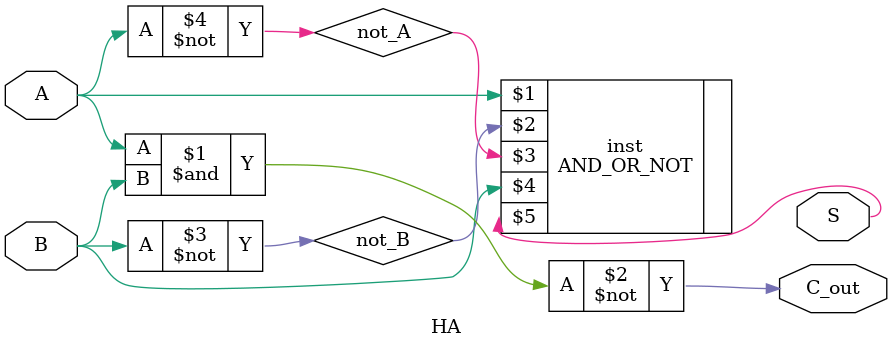
<source format=v>
module HA(
    input A,
    input B,
    output C_out,
    output S
);
wire not_B,not_A;

nand (C_out,A,B);
not (not_B,B);
not (not_A,A);
AND_OR_NOT inst(A,not_B,not_A,B,S);

endmodule
</source>
